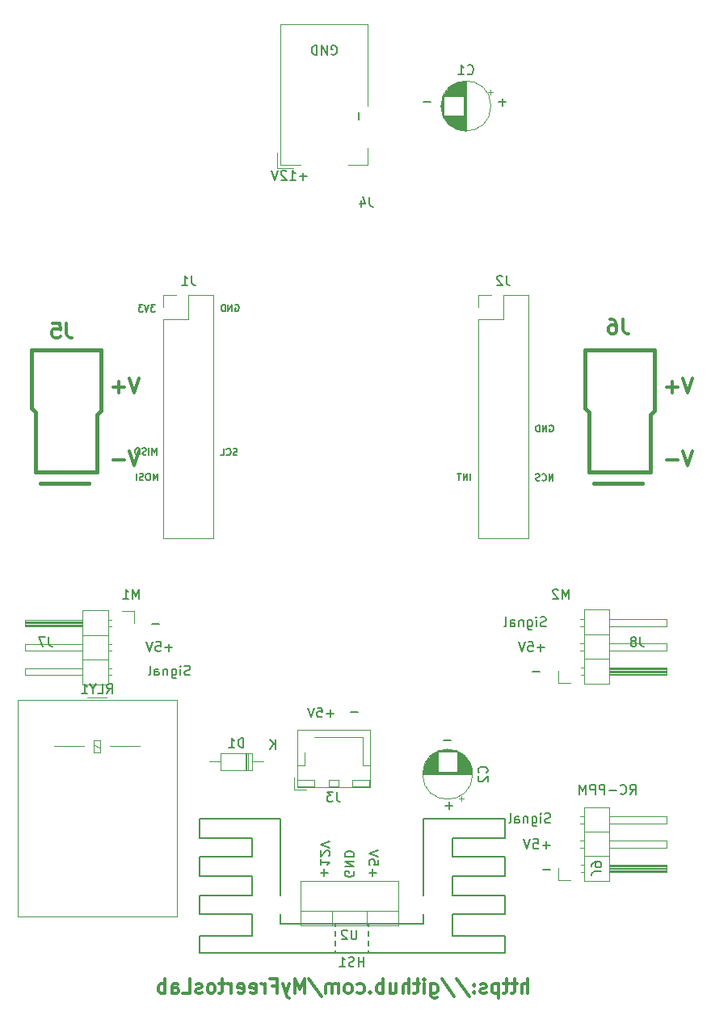
<source format=gbo>
G04 #@! TF.GenerationSoftware,KiCad,Pcbnew,5.0.2-bee76a0~70~ubuntu16.04.1*
G04 #@! TF.CreationDate,2021-04-23T19:52:54+02:00*
G04 #@! TF.ProjectId,axis2,61786973-322e-46b6-9963-61645f706362,1.0*
G04 #@! TF.SameCoordinates,Original*
G04 #@! TF.FileFunction,Legend,Bot*
G04 #@! TF.FilePolarity,Positive*
%FSLAX46Y46*%
G04 Gerber Fmt 4.6, Leading zero omitted, Abs format (unit mm)*
G04 Created by KiCad (PCBNEW 5.0.2-bee76a0~70~ubuntu16.04.1) date ven 23 apr 2021 19:52:54 CEST*
%MOMM*%
%LPD*%
G01*
G04 APERTURE LIST*
%ADD10C,0.300000*%
%ADD11C,0.200000*%
%ADD12C,0.150000*%
%ADD13C,0.381000*%
%ADD14C,0.120000*%
%ADD15C,0.304800*%
G04 APERTURE END LIST*
D10*
X132821428Y-153778571D02*
X132821428Y-152278571D01*
X132178571Y-153778571D02*
X132178571Y-152992857D01*
X132250000Y-152850000D01*
X132392857Y-152778571D01*
X132607142Y-152778571D01*
X132750000Y-152850000D01*
X132821428Y-152921428D01*
X131678571Y-152778571D02*
X131107142Y-152778571D01*
X131464285Y-152278571D02*
X131464285Y-153564285D01*
X131392857Y-153707142D01*
X131250000Y-153778571D01*
X131107142Y-153778571D01*
X130821428Y-152778571D02*
X130250000Y-152778571D01*
X130607142Y-152278571D02*
X130607142Y-153564285D01*
X130535714Y-153707142D01*
X130392857Y-153778571D01*
X130250000Y-153778571D01*
X129750000Y-152778571D02*
X129750000Y-154278571D01*
X129750000Y-152850000D02*
X129607142Y-152778571D01*
X129321428Y-152778571D01*
X129178571Y-152850000D01*
X129107142Y-152921428D01*
X129035714Y-153064285D01*
X129035714Y-153492857D01*
X129107142Y-153635714D01*
X129178571Y-153707142D01*
X129321428Y-153778571D01*
X129607142Y-153778571D01*
X129750000Y-153707142D01*
X128464285Y-153707142D02*
X128321428Y-153778571D01*
X128035714Y-153778571D01*
X127892857Y-153707142D01*
X127821428Y-153564285D01*
X127821428Y-153492857D01*
X127892857Y-153350000D01*
X128035714Y-153278571D01*
X128250000Y-153278571D01*
X128392857Y-153207142D01*
X128464285Y-153064285D01*
X128464285Y-152992857D01*
X128392857Y-152850000D01*
X128250000Y-152778571D01*
X128035714Y-152778571D01*
X127892857Y-152850000D01*
X127178571Y-153635714D02*
X127107142Y-153707142D01*
X127178571Y-153778571D01*
X127250000Y-153707142D01*
X127178571Y-153635714D01*
X127178571Y-153778571D01*
X127178571Y-152850000D02*
X127107142Y-152921428D01*
X127178571Y-152992857D01*
X127250000Y-152921428D01*
X127178571Y-152850000D01*
X127178571Y-152992857D01*
X125392857Y-152207142D02*
X126678571Y-154135714D01*
X123821428Y-152207142D02*
X125107142Y-154135714D01*
X122678571Y-152778571D02*
X122678571Y-153992857D01*
X122750000Y-154135714D01*
X122821428Y-154207142D01*
X122964285Y-154278571D01*
X123178571Y-154278571D01*
X123321428Y-154207142D01*
X122678571Y-153707142D02*
X122821428Y-153778571D01*
X123107142Y-153778571D01*
X123250000Y-153707142D01*
X123321428Y-153635714D01*
X123392857Y-153492857D01*
X123392857Y-153064285D01*
X123321428Y-152921428D01*
X123250000Y-152850000D01*
X123107142Y-152778571D01*
X122821428Y-152778571D01*
X122678571Y-152850000D01*
X121964285Y-153778571D02*
X121964285Y-152778571D01*
X121964285Y-152278571D02*
X122035714Y-152350000D01*
X121964285Y-152421428D01*
X121892857Y-152350000D01*
X121964285Y-152278571D01*
X121964285Y-152421428D01*
X121464285Y-152778571D02*
X120892857Y-152778571D01*
X121250000Y-152278571D02*
X121250000Y-153564285D01*
X121178571Y-153707142D01*
X121035714Y-153778571D01*
X120892857Y-153778571D01*
X120392857Y-153778571D02*
X120392857Y-152278571D01*
X119750000Y-153778571D02*
X119750000Y-152992857D01*
X119821428Y-152850000D01*
X119964285Y-152778571D01*
X120178571Y-152778571D01*
X120321428Y-152850000D01*
X120392857Y-152921428D01*
X118392857Y-152778571D02*
X118392857Y-153778571D01*
X119035714Y-152778571D02*
X119035714Y-153564285D01*
X118964285Y-153707142D01*
X118821428Y-153778571D01*
X118607142Y-153778571D01*
X118464285Y-153707142D01*
X118392857Y-153635714D01*
X117678571Y-153778571D02*
X117678571Y-152278571D01*
X117678571Y-152850000D02*
X117535714Y-152778571D01*
X117250000Y-152778571D01*
X117107142Y-152850000D01*
X117035714Y-152921428D01*
X116964285Y-153064285D01*
X116964285Y-153492857D01*
X117035714Y-153635714D01*
X117107142Y-153707142D01*
X117250000Y-153778571D01*
X117535714Y-153778571D01*
X117678571Y-153707142D01*
X116321428Y-153635714D02*
X116250000Y-153707142D01*
X116321428Y-153778571D01*
X116392857Y-153707142D01*
X116321428Y-153635714D01*
X116321428Y-153778571D01*
X114964285Y-153707142D02*
X115107142Y-153778571D01*
X115392857Y-153778571D01*
X115535714Y-153707142D01*
X115607142Y-153635714D01*
X115678571Y-153492857D01*
X115678571Y-153064285D01*
X115607142Y-152921428D01*
X115535714Y-152850000D01*
X115392857Y-152778571D01*
X115107142Y-152778571D01*
X114964285Y-152850000D01*
X114107142Y-153778571D02*
X114250000Y-153707142D01*
X114321428Y-153635714D01*
X114392857Y-153492857D01*
X114392857Y-153064285D01*
X114321428Y-152921428D01*
X114250000Y-152850000D01*
X114107142Y-152778571D01*
X113892857Y-152778571D01*
X113750000Y-152850000D01*
X113678571Y-152921428D01*
X113607142Y-153064285D01*
X113607142Y-153492857D01*
X113678571Y-153635714D01*
X113750000Y-153707142D01*
X113892857Y-153778571D01*
X114107142Y-153778571D01*
X112964285Y-153778571D02*
X112964285Y-152778571D01*
X112964285Y-152921428D02*
X112892857Y-152850000D01*
X112750000Y-152778571D01*
X112535714Y-152778571D01*
X112392857Y-152850000D01*
X112321428Y-152992857D01*
X112321428Y-153778571D01*
X112321428Y-152992857D02*
X112250000Y-152850000D01*
X112107142Y-152778571D01*
X111892857Y-152778571D01*
X111750000Y-152850000D01*
X111678571Y-152992857D01*
X111678571Y-153778571D01*
X109892857Y-152207142D02*
X111178571Y-154135714D01*
X109392857Y-153778571D02*
X109392857Y-152278571D01*
X108892857Y-153350000D01*
X108392857Y-152278571D01*
X108392857Y-153778571D01*
X107821428Y-152778571D02*
X107464285Y-153778571D01*
X107107142Y-152778571D02*
X107464285Y-153778571D01*
X107607142Y-154135714D01*
X107678571Y-154207142D01*
X107821428Y-154278571D01*
X106035714Y-152992857D02*
X106535714Y-152992857D01*
X106535714Y-153778571D02*
X106535714Y-152278571D01*
X105821428Y-152278571D01*
X105250000Y-153778571D02*
X105250000Y-152778571D01*
X105250000Y-153064285D02*
X105178571Y-152921428D01*
X105107142Y-152850000D01*
X104964285Y-152778571D01*
X104821428Y-152778571D01*
X103750000Y-153707142D02*
X103892857Y-153778571D01*
X104178571Y-153778571D01*
X104321428Y-153707142D01*
X104392857Y-153564285D01*
X104392857Y-152992857D01*
X104321428Y-152850000D01*
X104178571Y-152778571D01*
X103892857Y-152778571D01*
X103750000Y-152850000D01*
X103678571Y-152992857D01*
X103678571Y-153135714D01*
X104392857Y-153278571D01*
X102464285Y-153707142D02*
X102607142Y-153778571D01*
X102892857Y-153778571D01*
X103035714Y-153707142D01*
X103107142Y-153564285D01*
X103107142Y-152992857D01*
X103035714Y-152850000D01*
X102892857Y-152778571D01*
X102607142Y-152778571D01*
X102464285Y-152850000D01*
X102392857Y-152992857D01*
X102392857Y-153135714D01*
X103107142Y-153278571D01*
X101750000Y-153778571D02*
X101750000Y-152778571D01*
X101750000Y-153064285D02*
X101678571Y-152921428D01*
X101607142Y-152850000D01*
X101464285Y-152778571D01*
X101321428Y-152778571D01*
X101035714Y-152778571D02*
X100464285Y-152778571D01*
X100821428Y-152278571D02*
X100821428Y-153564285D01*
X100750000Y-153707142D01*
X100607142Y-153778571D01*
X100464285Y-153778571D01*
X99750000Y-153778571D02*
X99892857Y-153707142D01*
X99964285Y-153635714D01*
X100035714Y-153492857D01*
X100035714Y-153064285D01*
X99964285Y-152921428D01*
X99892857Y-152850000D01*
X99750000Y-152778571D01*
X99535714Y-152778571D01*
X99392857Y-152850000D01*
X99321428Y-152921428D01*
X99250000Y-153064285D01*
X99250000Y-153492857D01*
X99321428Y-153635714D01*
X99392857Y-153707142D01*
X99535714Y-153778571D01*
X99750000Y-153778571D01*
X98678571Y-153707142D02*
X98535714Y-153778571D01*
X98250000Y-153778571D01*
X98107142Y-153707142D01*
X98035714Y-153564285D01*
X98035714Y-153492857D01*
X98107142Y-153350000D01*
X98250000Y-153278571D01*
X98464285Y-153278571D01*
X98607142Y-153207142D01*
X98678571Y-153064285D01*
X98678571Y-152992857D01*
X98607142Y-152850000D01*
X98464285Y-152778571D01*
X98250000Y-152778571D01*
X98107142Y-152850000D01*
X96678571Y-153778571D02*
X97392857Y-153778571D01*
X97392857Y-152278571D01*
X95535714Y-153778571D02*
X95535714Y-152992857D01*
X95607142Y-152850000D01*
X95750000Y-152778571D01*
X96035714Y-152778571D01*
X96178571Y-152850000D01*
X95535714Y-153707142D02*
X95678571Y-153778571D01*
X96035714Y-153778571D01*
X96178571Y-153707142D01*
X96250000Y-153564285D01*
X96250000Y-153421428D01*
X96178571Y-153278571D01*
X96035714Y-153207142D01*
X95678571Y-153207142D01*
X95535714Y-153135714D01*
X94821428Y-153778571D02*
X94821428Y-152278571D01*
X94821428Y-152850000D02*
X94678571Y-152778571D01*
X94392857Y-152778571D01*
X94250000Y-152850000D01*
X94178571Y-152921428D01*
X94107142Y-153064285D01*
X94107142Y-153492857D01*
X94178571Y-153635714D01*
X94250000Y-153707142D01*
X94392857Y-153778571D01*
X94678571Y-153778571D01*
X94821428Y-153707142D01*
D11*
X122680952Y-60381428D02*
X121919047Y-60381428D01*
X134372996Y-140798719D02*
X135134901Y-140798719D01*
X135134900Y-138241576D02*
X134372995Y-138241576D01*
X134753947Y-138622528D02*
X134753947Y-137860624D01*
X133420614Y-137622528D02*
X133896805Y-137622528D01*
X133944424Y-138098719D01*
X133896805Y-138051100D01*
X133801566Y-138003481D01*
X133563471Y-138003481D01*
X133468233Y-138051100D01*
X133420614Y-138098719D01*
X133372995Y-138193957D01*
X133372995Y-138432052D01*
X133420614Y-138527290D01*
X133468233Y-138574909D01*
X133563471Y-138622528D01*
X133801566Y-138622528D01*
X133896805Y-138574909D01*
X133944424Y-138527290D01*
X133087281Y-137622528D02*
X132753947Y-138622528D01*
X132420614Y-137622528D01*
X135182519Y-135874909D02*
X135039662Y-135922528D01*
X134801566Y-135922528D01*
X134706328Y-135874909D01*
X134658709Y-135827290D01*
X134611090Y-135732052D01*
X134611090Y-135636814D01*
X134658709Y-135541576D01*
X134706328Y-135493957D01*
X134801566Y-135446338D01*
X134992042Y-135398719D01*
X135087281Y-135351100D01*
X135134900Y-135303481D01*
X135182519Y-135208243D01*
X135182519Y-135113005D01*
X135134900Y-135017767D01*
X135087281Y-134970148D01*
X134992042Y-134922528D01*
X134753947Y-134922528D01*
X134611090Y-134970148D01*
X134182519Y-135922528D02*
X134182519Y-135255862D01*
X134182519Y-134922528D02*
X134230138Y-134970148D01*
X134182519Y-135017767D01*
X134134900Y-134970148D01*
X134182519Y-134922528D01*
X134182519Y-135017767D01*
X133277757Y-135255862D02*
X133277757Y-136065386D01*
X133325376Y-136160624D01*
X133372995Y-136208243D01*
X133468233Y-136255862D01*
X133611090Y-136255862D01*
X133706328Y-136208243D01*
X133277757Y-135874909D02*
X133372995Y-135922528D01*
X133563471Y-135922528D01*
X133658709Y-135874909D01*
X133706328Y-135827290D01*
X133753947Y-135732052D01*
X133753947Y-135446338D01*
X133706328Y-135351100D01*
X133658709Y-135303481D01*
X133563471Y-135255862D01*
X133372995Y-135255862D01*
X133277757Y-135303481D01*
X132801566Y-135255862D02*
X132801566Y-135922528D01*
X132801566Y-135351100D02*
X132753947Y-135303481D01*
X132658709Y-135255862D01*
X132515852Y-135255862D01*
X132420614Y-135303481D01*
X132372995Y-135398719D01*
X132372995Y-135922528D01*
X131468233Y-135922528D02*
X131468233Y-135398719D01*
X131515852Y-135303481D01*
X131611090Y-135255862D01*
X131801566Y-135255862D01*
X131896804Y-135303481D01*
X131468233Y-135874909D02*
X131563471Y-135922528D01*
X131801566Y-135922528D01*
X131896804Y-135874909D01*
X131944423Y-135779671D01*
X131944423Y-135684433D01*
X131896804Y-135589195D01*
X131801566Y-135541576D01*
X131563471Y-135541576D01*
X131468233Y-135493957D01*
X130849185Y-135922528D02*
X130944423Y-135874909D01*
X130992042Y-135779671D01*
X130992042Y-134922528D01*
X94160952Y-115061428D02*
X93399047Y-115061428D01*
X95565714Y-117561428D02*
X94803809Y-117561428D01*
X95184761Y-117942380D02*
X95184761Y-117180476D01*
X93851428Y-116942380D02*
X94327619Y-116942380D01*
X94375238Y-117418571D01*
X94327619Y-117370952D01*
X94232380Y-117323333D01*
X93994285Y-117323333D01*
X93899047Y-117370952D01*
X93851428Y-117418571D01*
X93803809Y-117513809D01*
X93803809Y-117751904D01*
X93851428Y-117847142D01*
X93899047Y-117894761D01*
X93994285Y-117942380D01*
X94232380Y-117942380D01*
X94327619Y-117894761D01*
X94375238Y-117847142D01*
X93518095Y-116942380D02*
X93184761Y-117942380D01*
X92851428Y-116942380D01*
X97422857Y-120394761D02*
X97280000Y-120442380D01*
X97041904Y-120442380D01*
X96946666Y-120394761D01*
X96899047Y-120347142D01*
X96851428Y-120251904D01*
X96851428Y-120156666D01*
X96899047Y-120061428D01*
X96946666Y-120013809D01*
X97041904Y-119966190D01*
X97232380Y-119918571D01*
X97327619Y-119870952D01*
X97375238Y-119823333D01*
X97422857Y-119728095D01*
X97422857Y-119632857D01*
X97375238Y-119537619D01*
X97327619Y-119490000D01*
X97232380Y-119442380D01*
X96994285Y-119442380D01*
X96851428Y-119490000D01*
X96422857Y-120442380D02*
X96422857Y-119775714D01*
X96422857Y-119442380D02*
X96470476Y-119490000D01*
X96422857Y-119537619D01*
X96375238Y-119490000D01*
X96422857Y-119442380D01*
X96422857Y-119537619D01*
X95518095Y-119775714D02*
X95518095Y-120585238D01*
X95565714Y-120680476D01*
X95613333Y-120728095D01*
X95708571Y-120775714D01*
X95851428Y-120775714D01*
X95946666Y-120728095D01*
X95518095Y-120394761D02*
X95613333Y-120442380D01*
X95803809Y-120442380D01*
X95899047Y-120394761D01*
X95946666Y-120347142D01*
X95994285Y-120251904D01*
X95994285Y-119966190D01*
X95946666Y-119870952D01*
X95899047Y-119823333D01*
X95803809Y-119775714D01*
X95613333Y-119775714D01*
X95518095Y-119823333D01*
X95041904Y-119775714D02*
X95041904Y-120442380D01*
X95041904Y-119870952D02*
X94994285Y-119823333D01*
X94899047Y-119775714D01*
X94756190Y-119775714D01*
X94660952Y-119823333D01*
X94613333Y-119918571D01*
X94613333Y-120442380D01*
X93708571Y-120442380D02*
X93708571Y-119918571D01*
X93756190Y-119823333D01*
X93851428Y-119775714D01*
X94041904Y-119775714D01*
X94137142Y-119823333D01*
X93708571Y-120394761D02*
X93803809Y-120442380D01*
X94041904Y-120442380D01*
X94137142Y-120394761D01*
X94184761Y-120299523D01*
X94184761Y-120204285D01*
X94137142Y-120109047D01*
X94041904Y-120061428D01*
X93803809Y-120061428D01*
X93708571Y-120013809D01*
X93089523Y-120442380D02*
X93184761Y-120394761D01*
X93232380Y-120299523D01*
X93232380Y-119442380D01*
X134722857Y-115294761D02*
X134580000Y-115342380D01*
X134341904Y-115342380D01*
X134246666Y-115294761D01*
X134199047Y-115247142D01*
X134151428Y-115151904D01*
X134151428Y-115056666D01*
X134199047Y-114961428D01*
X134246666Y-114913809D01*
X134341904Y-114866190D01*
X134532380Y-114818571D01*
X134627619Y-114770952D01*
X134675238Y-114723333D01*
X134722857Y-114628095D01*
X134722857Y-114532857D01*
X134675238Y-114437619D01*
X134627619Y-114390000D01*
X134532380Y-114342380D01*
X134294285Y-114342380D01*
X134151428Y-114390000D01*
X133722857Y-115342380D02*
X133722857Y-114675714D01*
X133722857Y-114342380D02*
X133770476Y-114390000D01*
X133722857Y-114437619D01*
X133675238Y-114390000D01*
X133722857Y-114342380D01*
X133722857Y-114437619D01*
X132818095Y-114675714D02*
X132818095Y-115485238D01*
X132865714Y-115580476D01*
X132913333Y-115628095D01*
X133008571Y-115675714D01*
X133151428Y-115675714D01*
X133246666Y-115628095D01*
X132818095Y-115294761D02*
X132913333Y-115342380D01*
X133103809Y-115342380D01*
X133199047Y-115294761D01*
X133246666Y-115247142D01*
X133294285Y-115151904D01*
X133294285Y-114866190D01*
X133246666Y-114770952D01*
X133199047Y-114723333D01*
X133103809Y-114675714D01*
X132913333Y-114675714D01*
X132818095Y-114723333D01*
X132341904Y-114675714D02*
X132341904Y-115342380D01*
X132341904Y-114770952D02*
X132294285Y-114723333D01*
X132199047Y-114675714D01*
X132056190Y-114675714D01*
X131960952Y-114723333D01*
X131913333Y-114818571D01*
X131913333Y-115342380D01*
X131008571Y-115342380D02*
X131008571Y-114818571D01*
X131056190Y-114723333D01*
X131151428Y-114675714D01*
X131341904Y-114675714D01*
X131437142Y-114723333D01*
X131008571Y-115294761D02*
X131103809Y-115342380D01*
X131341904Y-115342380D01*
X131437142Y-115294761D01*
X131484761Y-115199523D01*
X131484761Y-115104285D01*
X131437142Y-115009047D01*
X131341904Y-114961428D01*
X131103809Y-114961428D01*
X131008571Y-114913809D01*
X130389523Y-115342380D02*
X130484761Y-115294761D01*
X130532380Y-115199523D01*
X130532380Y-114342380D01*
X134565714Y-117561428D02*
X133803809Y-117561428D01*
X134184761Y-117942380D02*
X134184761Y-117180476D01*
X132851428Y-116942380D02*
X133327619Y-116942380D01*
X133375238Y-117418571D01*
X133327619Y-117370952D01*
X133232380Y-117323333D01*
X132994285Y-117323333D01*
X132899047Y-117370952D01*
X132851428Y-117418571D01*
X132803809Y-117513809D01*
X132803809Y-117751904D01*
X132851428Y-117847142D01*
X132899047Y-117894761D01*
X132994285Y-117942380D01*
X133232380Y-117942380D01*
X133327619Y-117894761D01*
X133375238Y-117847142D01*
X132518095Y-116942380D02*
X132184761Y-117942380D01*
X131851428Y-116942380D01*
X134060952Y-120061428D02*
X133299047Y-120061428D01*
X115010952Y-124331428D02*
X114249047Y-124331428D01*
X124800952Y-127241428D02*
X124039047Y-127241428D01*
X115101428Y-61509047D02*
X115101428Y-62270952D01*
X130550952Y-60381428D02*
X129789047Y-60381428D01*
X130170000Y-60762380D02*
X130170000Y-60000476D01*
X124930952Y-134121428D02*
X124169047Y-134121428D01*
X124550000Y-134502380D02*
X124550000Y-133740476D01*
X116548571Y-141511904D02*
X116548571Y-140749999D01*
X116167619Y-141130951D02*
X116929523Y-141130951D01*
X117167619Y-139797618D02*
X117167619Y-140273809D01*
X116691428Y-140321428D01*
X116739047Y-140273809D01*
X116786666Y-140178570D01*
X116786666Y-139940475D01*
X116739047Y-139845237D01*
X116691428Y-139797618D01*
X116596190Y-139749999D01*
X116358095Y-139749999D01*
X116262857Y-139797618D01*
X116215238Y-139845237D01*
X116167619Y-139940475D01*
X116167619Y-140178570D01*
X116215238Y-140273809D01*
X116262857Y-140321428D01*
X117167619Y-139464285D02*
X116167619Y-139130951D01*
X117167619Y-138797618D01*
X114580000Y-140988094D02*
X114627619Y-141083332D01*
X114627619Y-141226190D01*
X114580000Y-141369047D01*
X114484761Y-141464285D01*
X114389523Y-141511904D01*
X114199047Y-141559523D01*
X114056190Y-141559523D01*
X113865714Y-141511904D01*
X113770476Y-141464285D01*
X113675238Y-141369047D01*
X113627619Y-141226190D01*
X113627619Y-141130951D01*
X113675238Y-140988094D01*
X113722857Y-140940475D01*
X114056190Y-140940475D01*
X114056190Y-141130951D01*
X113627619Y-140511904D02*
X114627619Y-140511904D01*
X113627619Y-139940475D01*
X114627619Y-139940475D01*
X113627619Y-139464285D02*
X114627619Y-139464285D01*
X114627619Y-139226190D01*
X114580000Y-139083332D01*
X114484761Y-138988094D01*
X114389523Y-138940475D01*
X114199047Y-138892856D01*
X114056190Y-138892856D01*
X113865714Y-138940475D01*
X113770476Y-138988094D01*
X113675238Y-139083332D01*
X113627619Y-139226190D01*
X113627619Y-139464285D01*
X111468571Y-141511904D02*
X111468571Y-140750000D01*
X111087619Y-141130952D02*
X111849523Y-141130952D01*
X111087619Y-139750000D02*
X111087619Y-140321428D01*
X111087619Y-140035714D02*
X112087619Y-140035714D01*
X111944761Y-140130952D01*
X111849523Y-140226190D01*
X111801904Y-140321428D01*
X111992380Y-139369047D02*
X112040000Y-139321428D01*
X112087619Y-139226190D01*
X112087619Y-138988095D01*
X112040000Y-138892857D01*
X111992380Y-138845238D01*
X111897142Y-138797619D01*
X111801904Y-138797619D01*
X111659047Y-138845238D01*
X111087619Y-139416666D01*
X111087619Y-138797619D01*
X112087619Y-138511904D02*
X111087619Y-138178571D01*
X112087619Y-137845238D01*
X112261904Y-55400000D02*
X112357142Y-55447619D01*
X112500000Y-55447619D01*
X112642857Y-55400000D01*
X112738095Y-55304761D01*
X112785714Y-55209523D01*
X112833333Y-55019047D01*
X112833333Y-54876190D01*
X112785714Y-54685714D01*
X112738095Y-54590476D01*
X112642857Y-54495238D01*
X112500000Y-54447619D01*
X112404761Y-54447619D01*
X112261904Y-54495238D01*
X112214285Y-54542857D01*
X112214285Y-54876190D01*
X112404761Y-54876190D01*
X111785714Y-54447619D02*
X111785714Y-55447619D01*
X111214285Y-54447619D01*
X111214285Y-55447619D01*
X110738095Y-54447619D02*
X110738095Y-55447619D01*
X110500000Y-55447619D01*
X110357142Y-55400000D01*
X110261904Y-55304761D01*
X110214285Y-55209523D01*
X110166666Y-55019047D01*
X110166666Y-54876190D01*
X110214285Y-54685714D01*
X110261904Y-54590476D01*
X110357142Y-54495238D01*
X110500000Y-54447619D01*
X110738095Y-54447619D01*
X109661904Y-68171428D02*
X108900000Y-68171428D01*
X109280952Y-68552380D02*
X109280952Y-67790476D01*
X107900000Y-68552380D02*
X108471428Y-68552380D01*
X108185714Y-68552380D02*
X108185714Y-67552380D01*
X108280952Y-67695238D01*
X108376190Y-67790476D01*
X108471428Y-67838095D01*
X107519047Y-67647619D02*
X107471428Y-67600000D01*
X107376190Y-67552380D01*
X107138095Y-67552380D01*
X107042857Y-67600000D01*
X106995238Y-67647619D01*
X106947619Y-67742857D01*
X106947619Y-67838095D01*
X106995238Y-67980952D01*
X107566666Y-68552380D01*
X106947619Y-68552380D01*
X106661904Y-67552380D02*
X106328571Y-68552380D01*
X105995238Y-67552380D01*
X112485714Y-124471428D02*
X111723809Y-124471428D01*
X112104761Y-124852380D02*
X112104761Y-124090476D01*
X110771428Y-123852380D02*
X111247619Y-123852380D01*
X111295238Y-124328571D01*
X111247619Y-124280952D01*
X111152380Y-124233333D01*
X110914285Y-124233333D01*
X110819047Y-124280952D01*
X110771428Y-124328571D01*
X110723809Y-124423809D01*
X110723809Y-124661904D01*
X110771428Y-124757142D01*
X110819047Y-124804761D01*
X110914285Y-124852380D01*
X111152380Y-124852380D01*
X111247619Y-124804761D01*
X111295238Y-124757142D01*
X110438095Y-123852380D02*
X110104761Y-124852380D01*
X109771428Y-123852380D01*
D12*
X126813333Y-100006666D02*
X126813333Y-99306666D01*
X126480000Y-100006666D02*
X126480000Y-99306666D01*
X126080000Y-100006666D01*
X126080000Y-99306666D01*
X125846666Y-99306666D02*
X125446666Y-99306666D01*
X125646666Y-100006666D02*
X125646666Y-99306666D01*
X135463333Y-100056666D02*
X135463333Y-99356666D01*
X135063333Y-100056666D01*
X135063333Y-99356666D01*
X134330000Y-99990000D02*
X134363333Y-100023333D01*
X134463333Y-100056666D01*
X134530000Y-100056666D01*
X134630000Y-100023333D01*
X134696666Y-99956666D01*
X134730000Y-99890000D01*
X134763333Y-99756666D01*
X134763333Y-99656666D01*
X134730000Y-99523333D01*
X134696666Y-99456666D01*
X134630000Y-99390000D01*
X134530000Y-99356666D01*
X134463333Y-99356666D01*
X134363333Y-99390000D01*
X134330000Y-99423333D01*
X134063333Y-100023333D02*
X133963333Y-100056666D01*
X133796666Y-100056666D01*
X133730000Y-100023333D01*
X133696666Y-99990000D01*
X133663333Y-99923333D01*
X133663333Y-99856666D01*
X133696666Y-99790000D01*
X133730000Y-99756666D01*
X133796666Y-99723333D01*
X133930000Y-99690000D01*
X133996666Y-99656666D01*
X134030000Y-99623333D01*
X134063333Y-99556666D01*
X134063333Y-99490000D01*
X134030000Y-99423333D01*
X133996666Y-99390000D01*
X133930000Y-99356666D01*
X133763333Y-99356666D01*
X133663333Y-99390000D01*
X135113333Y-94290000D02*
X135180000Y-94256666D01*
X135280000Y-94256666D01*
X135380000Y-94290000D01*
X135446666Y-94356666D01*
X135480000Y-94423333D01*
X135513333Y-94556666D01*
X135513333Y-94656666D01*
X135480000Y-94790000D01*
X135446666Y-94856666D01*
X135380000Y-94923333D01*
X135280000Y-94956666D01*
X135213333Y-94956666D01*
X135113333Y-94923333D01*
X135080000Y-94890000D01*
X135080000Y-94656666D01*
X135213333Y-94656666D01*
X134780000Y-94956666D02*
X134780000Y-94256666D01*
X134380000Y-94956666D01*
X134380000Y-94256666D01*
X134046666Y-94956666D02*
X134046666Y-94256666D01*
X133880000Y-94256666D01*
X133780000Y-94290000D01*
X133713333Y-94356666D01*
X133680000Y-94423333D01*
X133646666Y-94556666D01*
X133646666Y-94656666D01*
X133680000Y-94790000D01*
X133713333Y-94856666D01*
X133780000Y-94923333D01*
X133880000Y-94956666D01*
X134046666Y-94956666D01*
X102363333Y-97373333D02*
X102263333Y-97406666D01*
X102096666Y-97406666D01*
X102030000Y-97373333D01*
X101996666Y-97340000D01*
X101963333Y-97273333D01*
X101963333Y-97206666D01*
X101996666Y-97140000D01*
X102030000Y-97106666D01*
X102096666Y-97073333D01*
X102230000Y-97040000D01*
X102296666Y-97006666D01*
X102330000Y-96973333D01*
X102363333Y-96906666D01*
X102363333Y-96840000D01*
X102330000Y-96773333D01*
X102296666Y-96740000D01*
X102230000Y-96706666D01*
X102063333Y-96706666D01*
X101963333Y-96740000D01*
X101263333Y-97340000D02*
X101296666Y-97373333D01*
X101396666Y-97406666D01*
X101463333Y-97406666D01*
X101563333Y-97373333D01*
X101630000Y-97306666D01*
X101663333Y-97240000D01*
X101696666Y-97106666D01*
X101696666Y-97006666D01*
X101663333Y-96873333D01*
X101630000Y-96806666D01*
X101563333Y-96740000D01*
X101463333Y-96706666D01*
X101396666Y-96706666D01*
X101296666Y-96740000D01*
X101263333Y-96773333D01*
X100630000Y-97406666D02*
X100963333Y-97406666D01*
X100963333Y-96706666D01*
X94030000Y-100006666D02*
X94030000Y-99306666D01*
X93796666Y-99806666D01*
X93563333Y-99306666D01*
X93563333Y-100006666D01*
X93096666Y-99306666D02*
X92963333Y-99306666D01*
X92896666Y-99340000D01*
X92830000Y-99406666D01*
X92796666Y-99540000D01*
X92796666Y-99773333D01*
X92830000Y-99906666D01*
X92896666Y-99973333D01*
X92963333Y-100006666D01*
X93096666Y-100006666D01*
X93163333Y-99973333D01*
X93230000Y-99906666D01*
X93263333Y-99773333D01*
X93263333Y-99540000D01*
X93230000Y-99406666D01*
X93163333Y-99340000D01*
X93096666Y-99306666D01*
X92530000Y-99973333D02*
X92430000Y-100006666D01*
X92263333Y-100006666D01*
X92196666Y-99973333D01*
X92163333Y-99940000D01*
X92130000Y-99873333D01*
X92130000Y-99806666D01*
X92163333Y-99740000D01*
X92196666Y-99706666D01*
X92263333Y-99673333D01*
X92396666Y-99640000D01*
X92463333Y-99606666D01*
X92496666Y-99573333D01*
X92530000Y-99506666D01*
X92530000Y-99440000D01*
X92496666Y-99373333D01*
X92463333Y-99340000D01*
X92396666Y-99306666D01*
X92230000Y-99306666D01*
X92130000Y-99340000D01*
X91830000Y-100006666D02*
X91830000Y-99306666D01*
X93930000Y-97356666D02*
X93930000Y-96656666D01*
X93696666Y-97156666D01*
X93463333Y-96656666D01*
X93463333Y-97356666D01*
X93130000Y-97356666D02*
X93130000Y-96656666D01*
X92830000Y-97323333D02*
X92730000Y-97356666D01*
X92563333Y-97356666D01*
X92496666Y-97323333D01*
X92463333Y-97290000D01*
X92430000Y-97223333D01*
X92430000Y-97156666D01*
X92463333Y-97090000D01*
X92496666Y-97056666D01*
X92563333Y-97023333D01*
X92696666Y-96990000D01*
X92763333Y-96956666D01*
X92796666Y-96923333D01*
X92830000Y-96856666D01*
X92830000Y-96790000D01*
X92796666Y-96723333D01*
X92763333Y-96690000D01*
X92696666Y-96656666D01*
X92530000Y-96656666D01*
X92430000Y-96690000D01*
X91996666Y-96656666D02*
X91863333Y-96656666D01*
X91796666Y-96690000D01*
X91730000Y-96756666D01*
X91696666Y-96890000D01*
X91696666Y-97123333D01*
X91730000Y-97256666D01*
X91796666Y-97323333D01*
X91863333Y-97356666D01*
X91996666Y-97356666D01*
X92063333Y-97323333D01*
X92130000Y-97256666D01*
X92163333Y-97123333D01*
X92163333Y-96890000D01*
X92130000Y-96756666D01*
X92063333Y-96690000D01*
X91996666Y-96656666D01*
X102163333Y-81640000D02*
X102230000Y-81606666D01*
X102330000Y-81606666D01*
X102430000Y-81640000D01*
X102496666Y-81706666D01*
X102530000Y-81773333D01*
X102563333Y-81906666D01*
X102563333Y-82006666D01*
X102530000Y-82140000D01*
X102496666Y-82206666D01*
X102430000Y-82273333D01*
X102330000Y-82306666D01*
X102263333Y-82306666D01*
X102163333Y-82273333D01*
X102130000Y-82240000D01*
X102130000Y-82006666D01*
X102263333Y-82006666D01*
X101830000Y-82306666D02*
X101830000Y-81606666D01*
X101430000Y-82306666D01*
X101430000Y-81606666D01*
X101096666Y-82306666D02*
X101096666Y-81606666D01*
X100930000Y-81606666D01*
X100830000Y-81640000D01*
X100763333Y-81706666D01*
X100730000Y-81773333D01*
X100696666Y-81906666D01*
X100696666Y-82006666D01*
X100730000Y-82140000D01*
X100763333Y-82206666D01*
X100830000Y-82273333D01*
X100930000Y-82306666D01*
X101096666Y-82306666D01*
X93746666Y-81656666D02*
X93313333Y-81656666D01*
X93546666Y-81923333D01*
X93446666Y-81923333D01*
X93380000Y-81956666D01*
X93346666Y-81990000D01*
X93313333Y-82056666D01*
X93313333Y-82223333D01*
X93346666Y-82290000D01*
X93380000Y-82323333D01*
X93446666Y-82356666D01*
X93646666Y-82356666D01*
X93713333Y-82323333D01*
X93746666Y-82290000D01*
X93113333Y-81656666D02*
X92880000Y-82356666D01*
X92646666Y-81656666D01*
X92480000Y-81656666D02*
X92046666Y-81656666D01*
X92280000Y-81923333D01*
X92180000Y-81923333D01*
X92113333Y-81956666D01*
X92080000Y-81990000D01*
X92046666Y-82056666D01*
X92046666Y-82223333D01*
X92080000Y-82290000D01*
X92113333Y-82323333D01*
X92180000Y-82356666D01*
X92380000Y-82356666D01*
X92446666Y-82323333D01*
X92480000Y-82290000D01*
D13*
G04 #@! TO.C,J6*
X145734400Y-93075600D02*
X146090000Y-92720000D01*
X145709000Y-99108100D02*
X145709000Y-93113700D01*
X139740000Y-100340000D02*
X144820000Y-100340000D01*
X139232000Y-92859700D02*
X139232000Y-99158900D01*
X138851000Y-92453300D02*
X139206600Y-92897800D01*
X138851000Y-86357300D02*
X138851000Y-92478700D01*
X146090000Y-86331900D02*
X138863700Y-86331900D01*
X146090000Y-92720000D02*
X146090000Y-86370000D01*
X139232000Y-99158900D02*
X145709000Y-99158900D01*
G04 #@! TO.C,J5*
X87734400Y-93075600D02*
X88090000Y-92720000D01*
X87709000Y-99108100D02*
X87709000Y-93113700D01*
X81740000Y-100340000D02*
X86820000Y-100340000D01*
X81232000Y-92859700D02*
X81232000Y-99158900D01*
X80851000Y-92453300D02*
X81206600Y-92897800D01*
X80851000Y-86357300D02*
X80851000Y-92478700D01*
X88090000Y-86331900D02*
X80863700Y-86331900D01*
X88090000Y-92720000D02*
X88090000Y-86370000D01*
X81232000Y-99158900D02*
X87709000Y-99158900D01*
D14*
G04 #@! TO.C,J4*
X106880000Y-66990000D02*
X108980000Y-66990000D01*
X106580000Y-67290000D02*
X106580000Y-65690000D01*
X108280000Y-67290000D02*
X106580000Y-67290000D01*
X116080000Y-66990000D02*
X116080000Y-65190000D01*
X113980000Y-66990000D02*
X116080000Y-66990000D01*
X106880000Y-52290000D02*
X106880000Y-66990000D01*
X116080000Y-52290000D02*
X106880000Y-52290000D01*
X116080000Y-60790000D02*
X116080000Y-52290000D01*
G04 #@! TO.C,J1*
X99850000Y-80590000D02*
X97250000Y-80590000D01*
X99850000Y-80590000D02*
X99850000Y-106110000D01*
X99850000Y-106110000D02*
X94650000Y-106110000D01*
X94650000Y-83190000D02*
X94650000Y-106110000D01*
X97250000Y-83190000D02*
X94650000Y-83190000D01*
X97250000Y-80590000D02*
X97250000Y-83190000D01*
X94650000Y-80590000D02*
X94650000Y-81920000D01*
X95980000Y-80590000D02*
X94650000Y-80590000D01*
G04 #@! TO.C,J2*
X128980000Y-80590000D02*
X127650000Y-80590000D01*
X127650000Y-80590000D02*
X127650000Y-81920000D01*
X130250000Y-80590000D02*
X130250000Y-83190000D01*
X130250000Y-83190000D02*
X127650000Y-83190000D01*
X127650000Y-83190000D02*
X127650000Y-106110000D01*
X132850000Y-106110000D02*
X127650000Y-106110000D01*
X132850000Y-80590000D02*
X132850000Y-106110000D01*
X132850000Y-80590000D02*
X130250000Y-80590000D01*
G04 #@! TO.C,U2*
X109010000Y-146680000D02*
X119250000Y-146680000D01*
X109010000Y-142039000D02*
X119250000Y-142039000D01*
X109010000Y-146680000D02*
X109010000Y-142039000D01*
X119250000Y-146680000D02*
X119250000Y-142039000D01*
X109010000Y-145170000D02*
X119250000Y-145170000D01*
X112280000Y-146680000D02*
X112280000Y-145170000D01*
X115981000Y-146680000D02*
X115981000Y-145170000D01*
G04 #@! TO.C,C2*
X126145000Y-133364775D02*
X125645000Y-133364775D01*
X125895000Y-133614775D02*
X125895000Y-133114775D01*
X124704000Y-128209000D02*
X124136000Y-128209000D01*
X124938000Y-128249000D02*
X123902000Y-128249000D01*
X125097000Y-128289000D02*
X123743000Y-128289000D01*
X125225000Y-128329000D02*
X123615000Y-128329000D01*
X125335000Y-128369000D02*
X123505000Y-128369000D01*
X125431000Y-128409000D02*
X123409000Y-128409000D01*
X125518000Y-128449000D02*
X123322000Y-128449000D01*
X125598000Y-128489000D02*
X123242000Y-128489000D01*
X123380000Y-128529000D02*
X123169000Y-128529000D01*
X125671000Y-128529000D02*
X125460000Y-128529000D01*
X123380000Y-128569000D02*
X123101000Y-128569000D01*
X125739000Y-128569000D02*
X125460000Y-128569000D01*
X123380000Y-128609000D02*
X123037000Y-128609000D01*
X125803000Y-128609000D02*
X125460000Y-128609000D01*
X123380000Y-128649000D02*
X122977000Y-128649000D01*
X125863000Y-128649000D02*
X125460000Y-128649000D01*
X123380000Y-128689000D02*
X122920000Y-128689000D01*
X125920000Y-128689000D02*
X125460000Y-128689000D01*
X123380000Y-128729000D02*
X122866000Y-128729000D01*
X125974000Y-128729000D02*
X125460000Y-128729000D01*
X123380000Y-128769000D02*
X122815000Y-128769000D01*
X126025000Y-128769000D02*
X125460000Y-128769000D01*
X123380000Y-128809000D02*
X122767000Y-128809000D01*
X126073000Y-128809000D02*
X125460000Y-128809000D01*
X123380000Y-128849000D02*
X122721000Y-128849000D01*
X126119000Y-128849000D02*
X125460000Y-128849000D01*
X123380000Y-128889000D02*
X122677000Y-128889000D01*
X126163000Y-128889000D02*
X125460000Y-128889000D01*
X123380000Y-128929000D02*
X122635000Y-128929000D01*
X126205000Y-128929000D02*
X125460000Y-128929000D01*
X123380000Y-128969000D02*
X122594000Y-128969000D01*
X126246000Y-128969000D02*
X125460000Y-128969000D01*
X123380000Y-129009000D02*
X122556000Y-129009000D01*
X126284000Y-129009000D02*
X125460000Y-129009000D01*
X123380000Y-129049000D02*
X122519000Y-129049000D01*
X126321000Y-129049000D02*
X125460000Y-129049000D01*
X123380000Y-129089000D02*
X122483000Y-129089000D01*
X126357000Y-129089000D02*
X125460000Y-129089000D01*
X123380000Y-129129000D02*
X122449000Y-129129000D01*
X126391000Y-129129000D02*
X125460000Y-129129000D01*
X123380000Y-129169000D02*
X122416000Y-129169000D01*
X126424000Y-129169000D02*
X125460000Y-129169000D01*
X123380000Y-129209000D02*
X122385000Y-129209000D01*
X126455000Y-129209000D02*
X125460000Y-129209000D01*
X123380000Y-129249000D02*
X122355000Y-129249000D01*
X126485000Y-129249000D02*
X125460000Y-129249000D01*
X123380000Y-129289000D02*
X122325000Y-129289000D01*
X126515000Y-129289000D02*
X125460000Y-129289000D01*
X123380000Y-129329000D02*
X122298000Y-129329000D01*
X126542000Y-129329000D02*
X125460000Y-129329000D01*
X123380000Y-129369000D02*
X122271000Y-129369000D01*
X126569000Y-129369000D02*
X125460000Y-129369000D01*
X123380000Y-129409000D02*
X122245000Y-129409000D01*
X126595000Y-129409000D02*
X125460000Y-129409000D01*
X123380000Y-129449000D02*
X122220000Y-129449000D01*
X126620000Y-129449000D02*
X125460000Y-129449000D01*
X123380000Y-129489000D02*
X122196000Y-129489000D01*
X126644000Y-129489000D02*
X125460000Y-129489000D01*
X123380000Y-129529000D02*
X122173000Y-129529000D01*
X126667000Y-129529000D02*
X125460000Y-129529000D01*
X123380000Y-129569000D02*
X122152000Y-129569000D01*
X126688000Y-129569000D02*
X125460000Y-129569000D01*
X123380000Y-129609000D02*
X122130000Y-129609000D01*
X126710000Y-129609000D02*
X125460000Y-129609000D01*
X123380000Y-129649000D02*
X122110000Y-129649000D01*
X126730000Y-129649000D02*
X125460000Y-129649000D01*
X123380000Y-129689000D02*
X122091000Y-129689000D01*
X126749000Y-129689000D02*
X125460000Y-129689000D01*
X123380000Y-129729000D02*
X122072000Y-129729000D01*
X126768000Y-129729000D02*
X125460000Y-129729000D01*
X123380000Y-129769000D02*
X122055000Y-129769000D01*
X126785000Y-129769000D02*
X125460000Y-129769000D01*
X123380000Y-129809000D02*
X122038000Y-129809000D01*
X126802000Y-129809000D02*
X125460000Y-129809000D01*
X123380000Y-129849000D02*
X122022000Y-129849000D01*
X126818000Y-129849000D02*
X125460000Y-129849000D01*
X123380000Y-129889000D02*
X122006000Y-129889000D01*
X126834000Y-129889000D02*
X125460000Y-129889000D01*
X123380000Y-129929000D02*
X121992000Y-129929000D01*
X126848000Y-129929000D02*
X125460000Y-129929000D01*
X123380000Y-129969000D02*
X121978000Y-129969000D01*
X126862000Y-129969000D02*
X125460000Y-129969000D01*
X123380000Y-130009000D02*
X121965000Y-130009000D01*
X126875000Y-130009000D02*
X125460000Y-130009000D01*
X123380000Y-130049000D02*
X121952000Y-130049000D01*
X126888000Y-130049000D02*
X125460000Y-130049000D01*
X123380000Y-130089000D02*
X121940000Y-130089000D01*
X126900000Y-130089000D02*
X125460000Y-130089000D01*
X123380000Y-130130000D02*
X121929000Y-130130000D01*
X126911000Y-130130000D02*
X125460000Y-130130000D01*
X123380000Y-130170000D02*
X121919000Y-130170000D01*
X126921000Y-130170000D02*
X125460000Y-130170000D01*
X123380000Y-130210000D02*
X121909000Y-130210000D01*
X126931000Y-130210000D02*
X125460000Y-130210000D01*
X123380000Y-130250000D02*
X121900000Y-130250000D01*
X126940000Y-130250000D02*
X125460000Y-130250000D01*
X123380000Y-130290000D02*
X121892000Y-130290000D01*
X126948000Y-130290000D02*
X125460000Y-130290000D01*
X123380000Y-130330000D02*
X121884000Y-130330000D01*
X126956000Y-130330000D02*
X125460000Y-130330000D01*
X123380000Y-130370000D02*
X121877000Y-130370000D01*
X126963000Y-130370000D02*
X125460000Y-130370000D01*
X123380000Y-130410000D02*
X121870000Y-130410000D01*
X126970000Y-130410000D02*
X125460000Y-130410000D01*
X123380000Y-130450000D02*
X121864000Y-130450000D01*
X126976000Y-130450000D02*
X125460000Y-130450000D01*
X123380000Y-130490000D02*
X121859000Y-130490000D01*
X126981000Y-130490000D02*
X125460000Y-130490000D01*
X123380000Y-130530000D02*
X121855000Y-130530000D01*
X126985000Y-130530000D02*
X125460000Y-130530000D01*
X123380000Y-130570000D02*
X121851000Y-130570000D01*
X126989000Y-130570000D02*
X125460000Y-130570000D01*
X126993000Y-130610000D02*
X121847000Y-130610000D01*
X126996000Y-130650000D02*
X121844000Y-130650000D01*
X126998000Y-130690000D02*
X121842000Y-130690000D01*
X126999000Y-130730000D02*
X121841000Y-130730000D01*
X127000000Y-130770000D02*
X121840000Y-130770000D01*
X127000000Y-130810000D02*
X121840000Y-130810000D01*
X127040000Y-130810000D02*
G75*
G03X127040000Y-130810000I-2620000J0D01*
G01*
G04 #@! TO.C,C1*
X128960000Y-60810000D02*
G75*
G03X128960000Y-60810000I-2620000J0D01*
G01*
X126340000Y-58230000D02*
X126340000Y-63390000D01*
X126300000Y-58230000D02*
X126300000Y-63390000D01*
X126260000Y-58231000D02*
X126260000Y-63389000D01*
X126220000Y-58232000D02*
X126220000Y-63388000D01*
X126180000Y-58234000D02*
X126180000Y-63386000D01*
X126140000Y-58237000D02*
X126140000Y-63383000D01*
X126100000Y-58241000D02*
X126100000Y-59770000D01*
X126100000Y-61850000D02*
X126100000Y-63379000D01*
X126060000Y-58245000D02*
X126060000Y-59770000D01*
X126060000Y-61850000D02*
X126060000Y-63375000D01*
X126020000Y-58249000D02*
X126020000Y-59770000D01*
X126020000Y-61850000D02*
X126020000Y-63371000D01*
X125980000Y-58254000D02*
X125980000Y-59770000D01*
X125980000Y-61850000D02*
X125980000Y-63366000D01*
X125940000Y-58260000D02*
X125940000Y-59770000D01*
X125940000Y-61850000D02*
X125940000Y-63360000D01*
X125900000Y-58267000D02*
X125900000Y-59770000D01*
X125900000Y-61850000D02*
X125900000Y-63353000D01*
X125860000Y-58274000D02*
X125860000Y-59770000D01*
X125860000Y-61850000D02*
X125860000Y-63346000D01*
X125820000Y-58282000D02*
X125820000Y-59770000D01*
X125820000Y-61850000D02*
X125820000Y-63338000D01*
X125780000Y-58290000D02*
X125780000Y-59770000D01*
X125780000Y-61850000D02*
X125780000Y-63330000D01*
X125740000Y-58299000D02*
X125740000Y-59770000D01*
X125740000Y-61850000D02*
X125740000Y-63321000D01*
X125700000Y-58309000D02*
X125700000Y-59770000D01*
X125700000Y-61850000D02*
X125700000Y-63311000D01*
X125660000Y-58319000D02*
X125660000Y-59770000D01*
X125660000Y-61850000D02*
X125660000Y-63301000D01*
X125619000Y-58330000D02*
X125619000Y-59770000D01*
X125619000Y-61850000D02*
X125619000Y-63290000D01*
X125579000Y-58342000D02*
X125579000Y-59770000D01*
X125579000Y-61850000D02*
X125579000Y-63278000D01*
X125539000Y-58355000D02*
X125539000Y-59770000D01*
X125539000Y-61850000D02*
X125539000Y-63265000D01*
X125499000Y-58368000D02*
X125499000Y-59770000D01*
X125499000Y-61850000D02*
X125499000Y-63252000D01*
X125459000Y-58382000D02*
X125459000Y-59770000D01*
X125459000Y-61850000D02*
X125459000Y-63238000D01*
X125419000Y-58396000D02*
X125419000Y-59770000D01*
X125419000Y-61850000D02*
X125419000Y-63224000D01*
X125379000Y-58412000D02*
X125379000Y-59770000D01*
X125379000Y-61850000D02*
X125379000Y-63208000D01*
X125339000Y-58428000D02*
X125339000Y-59770000D01*
X125339000Y-61850000D02*
X125339000Y-63192000D01*
X125299000Y-58445000D02*
X125299000Y-59770000D01*
X125299000Y-61850000D02*
X125299000Y-63175000D01*
X125259000Y-58462000D02*
X125259000Y-59770000D01*
X125259000Y-61850000D02*
X125259000Y-63158000D01*
X125219000Y-58481000D02*
X125219000Y-59770000D01*
X125219000Y-61850000D02*
X125219000Y-63139000D01*
X125179000Y-58500000D02*
X125179000Y-59770000D01*
X125179000Y-61850000D02*
X125179000Y-63120000D01*
X125139000Y-58520000D02*
X125139000Y-59770000D01*
X125139000Y-61850000D02*
X125139000Y-63100000D01*
X125099000Y-58542000D02*
X125099000Y-59770000D01*
X125099000Y-61850000D02*
X125099000Y-63078000D01*
X125059000Y-58563000D02*
X125059000Y-59770000D01*
X125059000Y-61850000D02*
X125059000Y-63057000D01*
X125019000Y-58586000D02*
X125019000Y-59770000D01*
X125019000Y-61850000D02*
X125019000Y-63034000D01*
X124979000Y-58610000D02*
X124979000Y-59770000D01*
X124979000Y-61850000D02*
X124979000Y-63010000D01*
X124939000Y-58635000D02*
X124939000Y-59770000D01*
X124939000Y-61850000D02*
X124939000Y-62985000D01*
X124899000Y-58661000D02*
X124899000Y-59770000D01*
X124899000Y-61850000D02*
X124899000Y-62959000D01*
X124859000Y-58688000D02*
X124859000Y-59770000D01*
X124859000Y-61850000D02*
X124859000Y-62932000D01*
X124819000Y-58715000D02*
X124819000Y-59770000D01*
X124819000Y-61850000D02*
X124819000Y-62905000D01*
X124779000Y-58745000D02*
X124779000Y-59770000D01*
X124779000Y-61850000D02*
X124779000Y-62875000D01*
X124739000Y-58775000D02*
X124739000Y-59770000D01*
X124739000Y-61850000D02*
X124739000Y-62845000D01*
X124699000Y-58806000D02*
X124699000Y-59770000D01*
X124699000Y-61850000D02*
X124699000Y-62814000D01*
X124659000Y-58839000D02*
X124659000Y-59770000D01*
X124659000Y-61850000D02*
X124659000Y-62781000D01*
X124619000Y-58873000D02*
X124619000Y-59770000D01*
X124619000Y-61850000D02*
X124619000Y-62747000D01*
X124579000Y-58909000D02*
X124579000Y-59770000D01*
X124579000Y-61850000D02*
X124579000Y-62711000D01*
X124539000Y-58946000D02*
X124539000Y-59770000D01*
X124539000Y-61850000D02*
X124539000Y-62674000D01*
X124499000Y-58984000D02*
X124499000Y-59770000D01*
X124499000Y-61850000D02*
X124499000Y-62636000D01*
X124459000Y-59025000D02*
X124459000Y-59770000D01*
X124459000Y-61850000D02*
X124459000Y-62595000D01*
X124419000Y-59067000D02*
X124419000Y-59770000D01*
X124419000Y-61850000D02*
X124419000Y-62553000D01*
X124379000Y-59111000D02*
X124379000Y-59770000D01*
X124379000Y-61850000D02*
X124379000Y-62509000D01*
X124339000Y-59157000D02*
X124339000Y-59770000D01*
X124339000Y-61850000D02*
X124339000Y-62463000D01*
X124299000Y-59205000D02*
X124299000Y-59770000D01*
X124299000Y-61850000D02*
X124299000Y-62415000D01*
X124259000Y-59256000D02*
X124259000Y-59770000D01*
X124259000Y-61850000D02*
X124259000Y-62364000D01*
X124219000Y-59310000D02*
X124219000Y-59770000D01*
X124219000Y-61850000D02*
X124219000Y-62310000D01*
X124179000Y-59367000D02*
X124179000Y-59770000D01*
X124179000Y-61850000D02*
X124179000Y-62253000D01*
X124139000Y-59427000D02*
X124139000Y-59770000D01*
X124139000Y-61850000D02*
X124139000Y-62193000D01*
X124099000Y-59491000D02*
X124099000Y-59770000D01*
X124099000Y-61850000D02*
X124099000Y-62129000D01*
X124059000Y-59559000D02*
X124059000Y-59770000D01*
X124059000Y-61850000D02*
X124059000Y-62061000D01*
X124019000Y-59632000D02*
X124019000Y-61988000D01*
X123979000Y-59712000D02*
X123979000Y-61908000D01*
X123939000Y-59799000D02*
X123939000Y-61821000D01*
X123899000Y-59895000D02*
X123899000Y-61725000D01*
X123859000Y-60005000D02*
X123859000Y-61615000D01*
X123819000Y-60133000D02*
X123819000Y-61487000D01*
X123779000Y-60292000D02*
X123779000Y-61328000D01*
X123739000Y-60526000D02*
X123739000Y-61094000D01*
X129144775Y-59335000D02*
X128644775Y-59335000D01*
X128894775Y-59085000D02*
X128894775Y-59585000D01*
G04 #@! TO.C,J7*
X88840000Y-113660000D02*
X88840000Y-121400000D01*
X88840000Y-121400000D02*
X86180000Y-121400000D01*
X86180000Y-121400000D02*
X86180000Y-113660000D01*
X86180000Y-113660000D02*
X88840000Y-113660000D01*
X86180000Y-114610000D02*
X80180000Y-114610000D01*
X80180000Y-114610000D02*
X80180000Y-115370000D01*
X80180000Y-115370000D02*
X86180000Y-115370000D01*
X86180000Y-114670000D02*
X80180000Y-114670000D01*
X86180000Y-114790000D02*
X80180000Y-114790000D01*
X86180000Y-114910000D02*
X80180000Y-114910000D01*
X86180000Y-115030000D02*
X80180000Y-115030000D01*
X86180000Y-115150000D02*
X80180000Y-115150000D01*
X86180000Y-115270000D02*
X80180000Y-115270000D01*
X89170000Y-114610000D02*
X88840000Y-114610000D01*
X89170000Y-115370000D02*
X88840000Y-115370000D01*
X88840000Y-116260000D02*
X86180000Y-116260000D01*
X86180000Y-117150000D02*
X80180000Y-117150000D01*
X80180000Y-117150000D02*
X80180000Y-117910000D01*
X80180000Y-117910000D02*
X86180000Y-117910000D01*
X89237071Y-117150000D02*
X88840000Y-117150000D01*
X89237071Y-117910000D02*
X88840000Y-117910000D01*
X88840000Y-118800000D02*
X86180000Y-118800000D01*
X86180000Y-119690000D02*
X80180000Y-119690000D01*
X80180000Y-119690000D02*
X80180000Y-120450000D01*
X80180000Y-120450000D02*
X86180000Y-120450000D01*
X89237071Y-119690000D02*
X88840000Y-119690000D01*
X89237071Y-120450000D02*
X88840000Y-120450000D01*
X91550000Y-114990000D02*
X91550000Y-113720000D01*
X91550000Y-113720000D02*
X90280000Y-113720000D01*
G04 #@! TO.C,J8*
X136010000Y-121260000D02*
X137280000Y-121260000D01*
X136010000Y-119990000D02*
X136010000Y-121260000D01*
X138322929Y-114530000D02*
X138720000Y-114530000D01*
X138322929Y-115290000D02*
X138720000Y-115290000D01*
X147380000Y-114530000D02*
X141380000Y-114530000D01*
X147380000Y-115290000D02*
X147380000Y-114530000D01*
X141380000Y-115290000D02*
X147380000Y-115290000D01*
X138720000Y-116180000D02*
X141380000Y-116180000D01*
X138322929Y-117070000D02*
X138720000Y-117070000D01*
X138322929Y-117830000D02*
X138720000Y-117830000D01*
X147380000Y-117070000D02*
X141380000Y-117070000D01*
X147380000Y-117830000D02*
X147380000Y-117070000D01*
X141380000Y-117830000D02*
X147380000Y-117830000D01*
X138720000Y-118720000D02*
X141380000Y-118720000D01*
X138390000Y-119610000D02*
X138720000Y-119610000D01*
X138390000Y-120370000D02*
X138720000Y-120370000D01*
X141380000Y-119710000D02*
X147380000Y-119710000D01*
X141380000Y-119830000D02*
X147380000Y-119830000D01*
X141380000Y-119950000D02*
X147380000Y-119950000D01*
X141380000Y-120070000D02*
X147380000Y-120070000D01*
X141380000Y-120190000D02*
X147380000Y-120190000D01*
X141380000Y-120310000D02*
X147380000Y-120310000D01*
X147380000Y-119610000D02*
X141380000Y-119610000D01*
X147380000Y-120370000D02*
X147380000Y-119610000D01*
X141380000Y-120370000D02*
X147380000Y-120370000D01*
X141380000Y-121320000D02*
X138720000Y-121320000D01*
X141380000Y-113580000D02*
X141380000Y-121320000D01*
X138720000Y-113580000D02*
X141380000Y-113580000D01*
X138720000Y-121320000D02*
X138720000Y-113580000D01*
G04 #@! TO.C,J3*
X108640000Y-132140000D02*
X108640000Y-126170000D01*
X108640000Y-126170000D02*
X116260000Y-126170000D01*
X116260000Y-126170000D02*
X116260000Y-132140000D01*
X116260000Y-132140000D02*
X108640000Y-132140000D01*
X111950000Y-132130000D02*
X111950000Y-131380000D01*
X111950000Y-131380000D02*
X112950000Y-131380000D01*
X112950000Y-131380000D02*
X112950000Y-132130000D01*
X112950000Y-132130000D02*
X111950000Y-132130000D01*
X108650000Y-132130000D02*
X108650000Y-131380000D01*
X108650000Y-131380000D02*
X110450000Y-131380000D01*
X110450000Y-131380000D02*
X110450000Y-132130000D01*
X110450000Y-132130000D02*
X108650000Y-132130000D01*
X114450000Y-132130000D02*
X114450000Y-131380000D01*
X114450000Y-131380000D02*
X116250000Y-131380000D01*
X116250000Y-131380000D02*
X116250000Y-132130000D01*
X116250000Y-132130000D02*
X114450000Y-132130000D01*
X108650000Y-129880000D02*
X109400000Y-129880000D01*
X109400000Y-129880000D02*
X109400000Y-128540000D01*
X112450000Y-126930000D02*
X110460000Y-126930000D01*
X116250000Y-129880000D02*
X115500000Y-129880000D01*
X115500000Y-129880000D02*
X115500000Y-126930000D01*
X115500000Y-126930000D02*
X112450000Y-126930000D01*
X109600000Y-132430000D02*
X108350000Y-132430000D01*
X108350000Y-132430000D02*
X108350000Y-131180000D01*
G04 #@! TO.C,J9*
X138720000Y-142000148D02*
X138720000Y-134260148D01*
X138720000Y-134260148D02*
X141380000Y-134260148D01*
X141380000Y-134260148D02*
X141380000Y-142000148D01*
X141380000Y-142000148D02*
X138720000Y-142000148D01*
X141380000Y-141050148D02*
X147380000Y-141050148D01*
X147380000Y-141050148D02*
X147380000Y-140290148D01*
X147380000Y-140290148D02*
X141380000Y-140290148D01*
X141380000Y-140990148D02*
X147380000Y-140990148D01*
X141380000Y-140870148D02*
X147380000Y-140870148D01*
X141380000Y-140750148D02*
X147380000Y-140750148D01*
X141380000Y-140630148D02*
X147380000Y-140630148D01*
X141380000Y-140510148D02*
X147380000Y-140510148D01*
X141380000Y-140390148D02*
X147380000Y-140390148D01*
X138390000Y-141050148D02*
X138720000Y-141050148D01*
X138390000Y-140290148D02*
X138720000Y-140290148D01*
X138720000Y-139400148D02*
X141380000Y-139400148D01*
X141380000Y-138510148D02*
X147380000Y-138510148D01*
X147380000Y-138510148D02*
X147380000Y-137750148D01*
X147380000Y-137750148D02*
X141380000Y-137750148D01*
X138322929Y-138510148D02*
X138720000Y-138510148D01*
X138322929Y-137750148D02*
X138720000Y-137750148D01*
X138720000Y-136860148D02*
X141380000Y-136860148D01*
X141380000Y-135970148D02*
X147380000Y-135970148D01*
X147380000Y-135970148D02*
X147380000Y-135210148D01*
X147380000Y-135210148D02*
X141380000Y-135210148D01*
X138322929Y-135970148D02*
X138720000Y-135970148D01*
X138322929Y-135210148D02*
X138720000Y-135210148D01*
X136010000Y-140670148D02*
X136010000Y-141940148D01*
X136010000Y-141940148D02*
X137280000Y-141940148D01*
G04 #@! TO.C,D1*
X103930000Y-128580000D02*
X103930000Y-130420000D01*
X103930000Y-130420000D02*
X100650000Y-130420000D01*
X100650000Y-130420000D02*
X100650000Y-128580000D01*
X100650000Y-128580000D02*
X103930000Y-128580000D01*
X105110000Y-129500000D02*
X103930000Y-129500000D01*
X99470000Y-129500000D02*
X100650000Y-129500000D01*
X103354000Y-128580000D02*
X103354000Y-130420000D01*
X103234000Y-128580000D02*
X103234000Y-130420000D01*
X103474000Y-128580000D02*
X103474000Y-130420000D01*
D12*
G04 #@! TO.C,HS1*
X116150000Y-149250000D02*
X116150000Y-149500000D01*
X112650000Y-149250000D02*
X112650000Y-149500000D01*
X112650000Y-146750000D02*
X112650000Y-146500000D01*
X116150000Y-146750000D02*
X116150000Y-146500000D01*
X116150000Y-147750000D02*
X116150000Y-147250000D01*
X116150000Y-148750000D02*
X116150000Y-148250000D01*
X112650000Y-147750000D02*
X112650000Y-147250000D01*
X112650000Y-148750000D02*
X112650000Y-148250000D01*
X130400000Y-137500000D02*
X130400000Y-135500000D01*
X130400000Y-141500000D02*
X130400000Y-139500000D01*
X130400000Y-145500000D02*
X130400000Y-143500000D01*
X124900000Y-147750000D02*
X124900000Y-145500000D01*
X124900000Y-143500000D02*
X124900000Y-141500000D01*
X124900000Y-139500000D02*
X124900000Y-137500000D01*
X98400000Y-137500000D02*
X98400000Y-135500000D01*
X103900000Y-139500000D02*
X103900000Y-137500000D01*
X98400000Y-141500000D02*
X98400000Y-139500000D01*
X98400000Y-145500000D02*
X98400000Y-143500000D01*
X103900000Y-143500000D02*
X103900000Y-141500000D01*
X103900000Y-147750000D02*
X103900000Y-145500000D01*
X98400000Y-147750000D02*
X98400000Y-149500000D01*
X130400000Y-149500000D02*
X130400000Y-147750000D01*
X103900000Y-147750000D02*
X98400000Y-147750000D01*
X103900000Y-141500000D02*
X98400000Y-141500000D01*
X98400000Y-139500000D02*
X103900000Y-139500000D01*
X103900000Y-137500000D02*
X98400000Y-137500000D01*
X124900000Y-139500000D02*
X130400000Y-139500000D01*
X124900000Y-141500000D02*
X130400000Y-141500000D01*
X124900000Y-137500000D02*
X130400000Y-137500000D01*
X124900000Y-147750000D02*
X130400000Y-147750000D01*
X124900000Y-143500000D02*
X130400000Y-143500000D01*
X124900000Y-145500000D02*
X130400000Y-145500000D01*
X98400000Y-143500000D02*
X103900000Y-143500000D01*
X103900000Y-145500000D02*
X98400000Y-145500000D01*
X121900000Y-143500000D02*
X121900000Y-135500000D01*
X106900000Y-143500000D02*
X106900000Y-135500000D01*
X106900000Y-146500000D02*
X106900000Y-145500000D01*
X121900000Y-146500000D02*
X121900000Y-145500000D01*
X121900000Y-135500000D02*
X130400000Y-135500000D01*
X106900000Y-135500000D02*
X98400000Y-135500000D01*
X106900000Y-146500000D02*
X121900000Y-146500000D01*
X98400000Y-149500000D02*
X130400000Y-149500000D01*
D14*
G04 #@! TO.C,RLY1*
X79350000Y-145750000D02*
X79350000Y-123050000D01*
X79350000Y-123050000D02*
X96050000Y-123050000D01*
X96050000Y-123050000D02*
X96050000Y-145750000D01*
X96050000Y-145750000D02*
X79350000Y-145750000D01*
X88050000Y-128100000D02*
X87350000Y-127700000D01*
X87350000Y-128500000D02*
X87350000Y-127300000D01*
X87350000Y-127300000D02*
X88050000Y-127300000D01*
X88050000Y-127300000D02*
X88050000Y-128500000D01*
X88050000Y-128500000D02*
X87350000Y-128500000D01*
X88700000Y-122790000D02*
X86700000Y-122790000D01*
X92200000Y-127900000D02*
X89050000Y-127900000D01*
X86350000Y-127900000D02*
X83200000Y-127900000D01*
G04 #@! TO.C,J6*
D15*
X142788000Y-83155428D02*
X142788000Y-84244000D01*
X142860571Y-84461714D01*
X143005714Y-84606857D01*
X143223428Y-84679428D01*
X143368571Y-84679428D01*
X141409142Y-83155428D02*
X141699428Y-83155428D01*
X141844571Y-83228000D01*
X141917142Y-83300571D01*
X142062285Y-83518285D01*
X142134857Y-83808571D01*
X142134857Y-84389142D01*
X142062285Y-84534285D01*
X141989714Y-84606857D01*
X141844571Y-84679428D01*
X141554285Y-84679428D01*
X141409142Y-84606857D01*
X141336571Y-84534285D01*
X141264000Y-84389142D01*
X141264000Y-84026285D01*
X141336571Y-83881142D01*
X141409142Y-83808571D01*
X141554285Y-83736000D01*
X141844571Y-83736000D01*
X141989714Y-83808571D01*
X142062285Y-83881142D01*
X142134857Y-84026285D01*
X150081428Y-89345428D02*
X149573428Y-90869428D01*
X149065428Y-89345428D01*
X148557428Y-90288857D02*
X147396285Y-90288857D01*
X147976857Y-90869428D02*
X147976857Y-89708285D01*
X150081428Y-96965428D02*
X149573428Y-98489428D01*
X149065428Y-96965428D01*
X148557428Y-97908857D02*
X147396285Y-97908857D01*
G04 #@! TO.C,J5*
X84488000Y-83555428D02*
X84488000Y-84644000D01*
X84560571Y-84861714D01*
X84705714Y-85006857D01*
X84923428Y-85079428D01*
X85068571Y-85079428D01*
X83036571Y-83555428D02*
X83762285Y-83555428D01*
X83834857Y-84281142D01*
X83762285Y-84208571D01*
X83617142Y-84136000D01*
X83254285Y-84136000D01*
X83109142Y-84208571D01*
X83036571Y-84281142D01*
X82964000Y-84426285D01*
X82964000Y-84789142D01*
X83036571Y-84934285D01*
X83109142Y-85006857D01*
X83254285Y-85079428D01*
X83617142Y-85079428D01*
X83762285Y-85006857D01*
X83834857Y-84934285D01*
X92081428Y-89345428D02*
X91573428Y-90869428D01*
X91065428Y-89345428D01*
X90557428Y-90288857D02*
X89396285Y-90288857D01*
X89976857Y-90869428D02*
X89976857Y-89708285D01*
X92081428Y-96965428D02*
X91573428Y-98489428D01*
X91065428Y-96965428D01*
X90557428Y-97908857D02*
X89396285Y-97908857D01*
G04 #@! TO.C,J4*
D12*
X116233333Y-70352380D02*
X116233333Y-71066666D01*
X116280952Y-71209523D01*
X116376190Y-71304761D01*
X116519047Y-71352380D01*
X116614285Y-71352380D01*
X115328571Y-70685714D02*
X115328571Y-71352380D01*
X115566666Y-70304761D02*
X115804761Y-71019047D01*
X115185714Y-71019047D01*
G04 #@! TO.C,J1*
X97583333Y-78602380D02*
X97583333Y-79316666D01*
X97630952Y-79459523D01*
X97726190Y-79554761D01*
X97869047Y-79602380D01*
X97964285Y-79602380D01*
X96583333Y-79602380D02*
X97154761Y-79602380D01*
X96869047Y-79602380D02*
X96869047Y-78602380D01*
X96964285Y-78745238D01*
X97059523Y-78840476D01*
X97154761Y-78888095D01*
G04 #@! TO.C,J2*
X130583333Y-78602380D02*
X130583333Y-79316666D01*
X130630952Y-79459523D01*
X130726190Y-79554761D01*
X130869047Y-79602380D01*
X130964285Y-79602380D01*
X130154761Y-78697619D02*
X130107142Y-78650000D01*
X130011904Y-78602380D01*
X129773809Y-78602380D01*
X129678571Y-78650000D01*
X129630952Y-78697619D01*
X129583333Y-78792857D01*
X129583333Y-78888095D01*
X129630952Y-79030952D01*
X130202380Y-79602380D01*
X129583333Y-79602380D01*
G04 #@! TO.C,U2*
X114891904Y-147132380D02*
X114891904Y-147941904D01*
X114844285Y-148037142D01*
X114796666Y-148084761D01*
X114701428Y-148132380D01*
X114510952Y-148132380D01*
X114415714Y-148084761D01*
X114368095Y-148037142D01*
X114320476Y-147941904D01*
X114320476Y-147132380D01*
X113891904Y-147227619D02*
X113844285Y-147180000D01*
X113749047Y-147132380D01*
X113510952Y-147132380D01*
X113415714Y-147180000D01*
X113368095Y-147227619D01*
X113320476Y-147322857D01*
X113320476Y-147418095D01*
X113368095Y-147560952D01*
X113939523Y-148132380D01*
X113320476Y-148132380D01*
G04 #@! TO.C,C2*
X128527142Y-130643333D02*
X128574761Y-130595714D01*
X128622380Y-130452857D01*
X128622380Y-130357619D01*
X128574761Y-130214761D01*
X128479523Y-130119523D01*
X128384285Y-130071904D01*
X128193809Y-130024285D01*
X128050952Y-130024285D01*
X127860476Y-130071904D01*
X127765238Y-130119523D01*
X127670000Y-130214761D01*
X127622380Y-130357619D01*
X127622380Y-130452857D01*
X127670000Y-130595714D01*
X127717619Y-130643333D01*
X127717619Y-131024285D02*
X127670000Y-131071904D01*
X127622380Y-131167142D01*
X127622380Y-131405238D01*
X127670000Y-131500476D01*
X127717619Y-131548095D01*
X127812857Y-131595714D01*
X127908095Y-131595714D01*
X128050952Y-131548095D01*
X128622380Y-130976666D01*
X128622380Y-131595714D01*
G04 #@! TO.C,C1*
X126506666Y-57417142D02*
X126554285Y-57464761D01*
X126697142Y-57512380D01*
X126792380Y-57512380D01*
X126935238Y-57464761D01*
X127030476Y-57369523D01*
X127078095Y-57274285D01*
X127125714Y-57083809D01*
X127125714Y-56940952D01*
X127078095Y-56750476D01*
X127030476Y-56655238D01*
X126935238Y-56560000D01*
X126792380Y-56512380D01*
X126697142Y-56512380D01*
X126554285Y-56560000D01*
X126506666Y-56607619D01*
X125554285Y-57512380D02*
X126125714Y-57512380D01*
X125840000Y-57512380D02*
X125840000Y-56512380D01*
X125935238Y-56655238D01*
X126030476Y-56750476D01*
X126125714Y-56798095D01*
G04 #@! TO.C,J7*
X82613333Y-116442380D02*
X82613333Y-117156666D01*
X82660952Y-117299523D01*
X82756190Y-117394761D01*
X82899047Y-117442380D01*
X82994285Y-117442380D01*
X82232380Y-116442380D02*
X81565714Y-116442380D01*
X81994285Y-117442380D01*
X92089523Y-112442380D02*
X92089523Y-111442380D01*
X91756190Y-112156666D01*
X91422857Y-111442380D01*
X91422857Y-112442380D01*
X90422857Y-112442380D02*
X90994285Y-112442380D01*
X90708571Y-112442380D02*
X90708571Y-111442380D01*
X90803809Y-111585238D01*
X90899047Y-111680476D01*
X90994285Y-111728095D01*
G04 #@! TO.C,J8*
X144613333Y-116442380D02*
X144613333Y-117156666D01*
X144660952Y-117299523D01*
X144756190Y-117394761D01*
X144899047Y-117442380D01*
X144994285Y-117442380D01*
X143994285Y-116870952D02*
X144089523Y-116823333D01*
X144137142Y-116775714D01*
X144184761Y-116680476D01*
X144184761Y-116632857D01*
X144137142Y-116537619D01*
X144089523Y-116490000D01*
X143994285Y-116442380D01*
X143803809Y-116442380D01*
X143708571Y-116490000D01*
X143660952Y-116537619D01*
X143613333Y-116632857D01*
X143613333Y-116680476D01*
X143660952Y-116775714D01*
X143708571Y-116823333D01*
X143803809Y-116870952D01*
X143994285Y-116870952D01*
X144089523Y-116918571D01*
X144137142Y-116966190D01*
X144184761Y-117061428D01*
X144184761Y-117251904D01*
X144137142Y-117347142D01*
X144089523Y-117394761D01*
X143994285Y-117442380D01*
X143803809Y-117442380D01*
X143708571Y-117394761D01*
X143660952Y-117347142D01*
X143613333Y-117251904D01*
X143613333Y-117061428D01*
X143660952Y-116966190D01*
X143708571Y-116918571D01*
X143803809Y-116870952D01*
X137089523Y-112442380D02*
X137089523Y-111442380D01*
X136756190Y-112156666D01*
X136422857Y-111442380D01*
X136422857Y-112442380D01*
X135994285Y-111537619D02*
X135946666Y-111490000D01*
X135851428Y-111442380D01*
X135613333Y-111442380D01*
X135518095Y-111490000D01*
X135470476Y-111537619D01*
X135422857Y-111632857D01*
X135422857Y-111728095D01*
X135470476Y-111870952D01*
X136041904Y-112442380D01*
X135422857Y-112442380D01*
G04 #@! TO.C,J3*
X112783333Y-132682380D02*
X112783333Y-133396666D01*
X112830952Y-133539523D01*
X112926190Y-133634761D01*
X113069047Y-133682380D01*
X113164285Y-133682380D01*
X112402380Y-132682380D02*
X111783333Y-132682380D01*
X112116666Y-133063333D01*
X111973809Y-133063333D01*
X111878571Y-133110952D01*
X111830952Y-133158571D01*
X111783333Y-133253809D01*
X111783333Y-133491904D01*
X111830952Y-133587142D01*
X111878571Y-133634761D01*
X111973809Y-133682380D01*
X112259523Y-133682380D01*
X112354761Y-133634761D01*
X112402380Y-133587142D01*
G04 #@! TO.C,J9*
X140527619Y-141003481D02*
X139813333Y-141003481D01*
X139670476Y-141051100D01*
X139575238Y-141146338D01*
X139527619Y-141289195D01*
X139527619Y-141384433D01*
X139527619Y-140479671D02*
X139527619Y-140289195D01*
X139575238Y-140193957D01*
X139622857Y-140146338D01*
X139765714Y-140051100D01*
X139956190Y-140003481D01*
X140337142Y-140003481D01*
X140432380Y-140051100D01*
X140480000Y-140098719D01*
X140527619Y-140193957D01*
X140527619Y-140384433D01*
X140480000Y-140479671D01*
X140432380Y-140527290D01*
X140337142Y-140574909D01*
X140099047Y-140574909D01*
X140003809Y-140527290D01*
X139956190Y-140479671D01*
X139908571Y-140384433D01*
X139908571Y-140193957D01*
X139956190Y-140098719D01*
X140003809Y-140051100D01*
X140099047Y-140003481D01*
X143540952Y-132912380D02*
X143874285Y-132436190D01*
X144112380Y-132912380D02*
X144112380Y-131912380D01*
X143731428Y-131912380D01*
X143636190Y-131960000D01*
X143588571Y-132007619D01*
X143540952Y-132102857D01*
X143540952Y-132245714D01*
X143588571Y-132340952D01*
X143636190Y-132388571D01*
X143731428Y-132436190D01*
X144112380Y-132436190D01*
X142540952Y-132817142D02*
X142588571Y-132864761D01*
X142731428Y-132912380D01*
X142826666Y-132912380D01*
X142969523Y-132864761D01*
X143064761Y-132769523D01*
X143112380Y-132674285D01*
X143160000Y-132483809D01*
X143160000Y-132340952D01*
X143112380Y-132150476D01*
X143064761Y-132055238D01*
X142969523Y-131960000D01*
X142826666Y-131912380D01*
X142731428Y-131912380D01*
X142588571Y-131960000D01*
X142540952Y-132007619D01*
X142112380Y-132531428D02*
X141350476Y-132531428D01*
X140874285Y-132912380D02*
X140874285Y-131912380D01*
X140493333Y-131912380D01*
X140398095Y-131960000D01*
X140350476Y-132007619D01*
X140302857Y-132102857D01*
X140302857Y-132245714D01*
X140350476Y-132340952D01*
X140398095Y-132388571D01*
X140493333Y-132436190D01*
X140874285Y-132436190D01*
X139874285Y-132912380D02*
X139874285Y-131912380D01*
X139493333Y-131912380D01*
X139398095Y-131960000D01*
X139350476Y-132007619D01*
X139302857Y-132102857D01*
X139302857Y-132245714D01*
X139350476Y-132340952D01*
X139398095Y-132388571D01*
X139493333Y-132436190D01*
X139874285Y-132436190D01*
X138874285Y-132912380D02*
X138874285Y-131912380D01*
X138540952Y-132626666D01*
X138207619Y-131912380D01*
X138207619Y-132912380D01*
G04 #@! TO.C,D1*
X103028095Y-128032380D02*
X103028095Y-127032380D01*
X102790000Y-127032380D01*
X102647142Y-127080000D01*
X102551904Y-127175238D01*
X102504285Y-127270476D01*
X102456666Y-127460952D01*
X102456666Y-127603809D01*
X102504285Y-127794285D01*
X102551904Y-127889523D01*
X102647142Y-127984761D01*
X102790000Y-128032380D01*
X103028095Y-128032380D01*
X101504285Y-128032380D02*
X102075714Y-128032380D01*
X101790000Y-128032380D02*
X101790000Y-127032380D01*
X101885238Y-127175238D01*
X101980476Y-127270476D01*
X102075714Y-127318095D01*
X106361904Y-128202380D02*
X106361904Y-127202380D01*
X105790476Y-128202380D02*
X106219047Y-127630952D01*
X105790476Y-127202380D02*
X106361904Y-127773809D01*
G04 #@! TO.C,HS1*
X115638095Y-150952380D02*
X115638095Y-149952380D01*
X115638095Y-150428571D02*
X115066666Y-150428571D01*
X115066666Y-150952380D02*
X115066666Y-149952380D01*
X114638095Y-150904761D02*
X114495238Y-150952380D01*
X114257142Y-150952380D01*
X114161904Y-150904761D01*
X114114285Y-150857142D01*
X114066666Y-150761904D01*
X114066666Y-150666666D01*
X114114285Y-150571428D01*
X114161904Y-150523809D01*
X114257142Y-150476190D01*
X114447619Y-150428571D01*
X114542857Y-150380952D01*
X114590476Y-150333333D01*
X114638095Y-150238095D01*
X114638095Y-150142857D01*
X114590476Y-150047619D01*
X114542857Y-150000000D01*
X114447619Y-149952380D01*
X114209523Y-149952380D01*
X114066666Y-150000000D01*
X113114285Y-150952380D02*
X113685714Y-150952380D01*
X113400000Y-150952380D02*
X113400000Y-149952380D01*
X113495238Y-150095238D01*
X113590476Y-150190476D01*
X113685714Y-150238095D01*
G04 #@! TO.C,RLY1*
X88700000Y-122352380D02*
X89033333Y-121876190D01*
X89271428Y-122352380D02*
X89271428Y-121352380D01*
X88890476Y-121352380D01*
X88795238Y-121400000D01*
X88747619Y-121447619D01*
X88700000Y-121542857D01*
X88700000Y-121685714D01*
X88747619Y-121780952D01*
X88795238Y-121828571D01*
X88890476Y-121876190D01*
X89271428Y-121876190D01*
X87795238Y-122352380D02*
X88271428Y-122352380D01*
X88271428Y-121352380D01*
X87271428Y-121876190D02*
X87271428Y-122352380D01*
X87604761Y-121352380D02*
X87271428Y-121876190D01*
X86938095Y-121352380D01*
X86080952Y-122352380D02*
X86652380Y-122352380D01*
X86366666Y-122352380D02*
X86366666Y-121352380D01*
X86461904Y-121495238D01*
X86557142Y-121590476D01*
X86652380Y-121638095D01*
G04 #@! TD*
M02*

</source>
